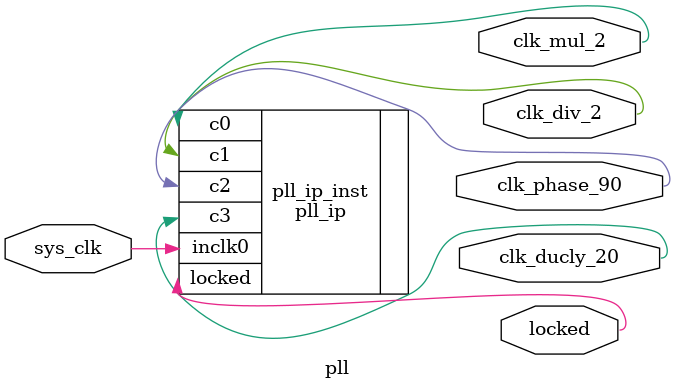
<source format=v>
module pll
(
	input wire sys_clk,
	output wire	clk_mul_2,	
	output wire	clk_div_2,
	output wire	clk_phase_90,
	output wire	clk_ducly_20,
	output wire	locked		
);

pll_ip	pll_ip_inst 
(
	.inclk0 (sys_clk),
	.c0 	(clk_mul_2),
	.c1 	(clk_div_2),
	.c2 	(clk_phase_90),
	.c3 	(clk_ducly_20),
	.locked (locked)
);

endmodule
</source>
